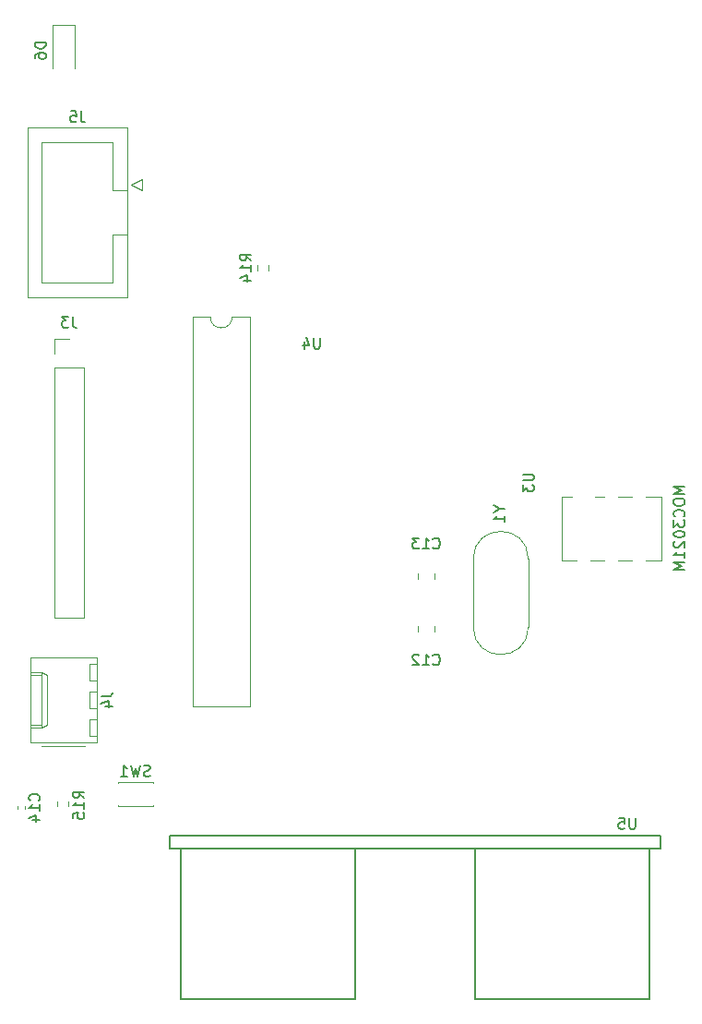
<source format=gbo>
G04 #@! TF.GenerationSoftware,KiCad,Pcbnew,(7.0.0)*
G04 #@! TF.CreationDate,2023-03-29T00:30:15-05:00*
G04 #@! TF.ProjectId,445,3434352e-6b69-4636-9164-5f7063625858,rev?*
G04 #@! TF.SameCoordinates,Original*
G04 #@! TF.FileFunction,Legend,Bot*
G04 #@! TF.FilePolarity,Positive*
%FSLAX46Y46*%
G04 Gerber Fmt 4.6, Leading zero omitted, Abs format (unit mm)*
G04 Created by KiCad (PCBNEW (7.0.0)) date 2023-03-29 00:30:15*
%MOMM*%
%LPD*%
G01*
G04 APERTURE LIST*
%ADD10C,0.150000*%
%ADD11C,0.120000*%
%ADD12C,0.127000*%
G04 APERTURE END LIST*
D10*
X128857333Y-65431380D02*
X128857333Y-66145666D01*
X128857333Y-66145666D02*
X128904952Y-66288523D01*
X128904952Y-66288523D02*
X129000190Y-66383761D01*
X129000190Y-66383761D02*
X129143047Y-66431380D01*
X129143047Y-66431380D02*
X129238285Y-66431380D01*
X128476380Y-65431380D02*
X127857333Y-65431380D01*
X127857333Y-65431380D02*
X128190666Y-65812333D01*
X128190666Y-65812333D02*
X128047809Y-65812333D01*
X128047809Y-65812333D02*
X127952571Y-65859952D01*
X127952571Y-65859952D02*
X127904952Y-65907571D01*
X127904952Y-65907571D02*
X127857333Y-66002809D01*
X127857333Y-66002809D02*
X127857333Y-66240904D01*
X127857333Y-66240904D02*
X127904952Y-66336142D01*
X127904952Y-66336142D02*
X127952571Y-66383761D01*
X127952571Y-66383761D02*
X128047809Y-66431380D01*
X128047809Y-66431380D02*
X128333523Y-66431380D01*
X128333523Y-66431380D02*
X128428761Y-66383761D01*
X128428761Y-66383761D02*
X128476380Y-66336142D01*
X168039190Y-83089809D02*
X168515380Y-83089809D01*
X167515380Y-82756476D02*
X168039190Y-83089809D01*
X168039190Y-83089809D02*
X167515380Y-83423142D01*
X168515380Y-84280285D02*
X168515380Y-83708857D01*
X168515380Y-83994571D02*
X167515380Y-83994571D01*
X167515380Y-83994571D02*
X167658238Y-83899333D01*
X167658238Y-83899333D02*
X167753476Y-83804095D01*
X167753476Y-83804095D02*
X167801095Y-83708857D01*
X151565904Y-67369380D02*
X151565904Y-68178904D01*
X151565904Y-68178904D02*
X151518285Y-68274142D01*
X151518285Y-68274142D02*
X151470666Y-68321761D01*
X151470666Y-68321761D02*
X151375428Y-68369380D01*
X151375428Y-68369380D02*
X151184952Y-68369380D01*
X151184952Y-68369380D02*
X151089714Y-68321761D01*
X151089714Y-68321761D02*
X151042095Y-68274142D01*
X151042095Y-68274142D02*
X150994476Y-68178904D01*
X150994476Y-68178904D02*
X150994476Y-67369380D01*
X150089714Y-67702714D02*
X150089714Y-68369380D01*
X150327809Y-67321761D02*
X150565904Y-68036047D01*
X150565904Y-68036047D02*
X149946857Y-68036047D01*
X180521350Y-111414762D02*
X180521350Y-112224706D01*
X180521350Y-112224706D02*
X180473707Y-112319994D01*
X180473707Y-112319994D02*
X180426063Y-112367638D01*
X180426063Y-112367638D02*
X180330775Y-112415282D01*
X180330775Y-112415282D02*
X180140200Y-112415282D01*
X180140200Y-112415282D02*
X180044912Y-112367638D01*
X180044912Y-112367638D02*
X179997269Y-112319994D01*
X179997269Y-112319994D02*
X179949625Y-112224706D01*
X179949625Y-112224706D02*
X179949625Y-111414762D01*
X178996748Y-111414762D02*
X179473186Y-111414762D01*
X179473186Y-111414762D02*
X179520830Y-111891200D01*
X179520830Y-111891200D02*
X179473186Y-111843556D01*
X179473186Y-111843556D02*
X179377899Y-111795912D01*
X179377899Y-111795912D02*
X179139680Y-111795912D01*
X179139680Y-111795912D02*
X179044392Y-111843556D01*
X179044392Y-111843556D02*
X178996748Y-111891200D01*
X178996748Y-111891200D02*
X178949105Y-111986487D01*
X178949105Y-111986487D02*
X178949105Y-112224706D01*
X178949105Y-112224706D02*
X178996748Y-112319994D01*
X178996748Y-112319994D02*
X179044392Y-112367638D01*
X179044392Y-112367638D02*
X179139680Y-112415282D01*
X179139680Y-112415282D02*
X179377899Y-112415282D01*
X179377899Y-112415282D02*
X179473186Y-112367638D01*
X179473186Y-112367638D02*
X179520830Y-112319994D01*
X126383380Y-40281905D02*
X125383380Y-40281905D01*
X125383380Y-40281905D02*
X125383380Y-40520000D01*
X125383380Y-40520000D02*
X125431000Y-40662857D01*
X125431000Y-40662857D02*
X125526238Y-40758095D01*
X125526238Y-40758095D02*
X125621476Y-40805714D01*
X125621476Y-40805714D02*
X125811952Y-40853333D01*
X125811952Y-40853333D02*
X125954809Y-40853333D01*
X125954809Y-40853333D02*
X126145285Y-40805714D01*
X126145285Y-40805714D02*
X126240523Y-40758095D01*
X126240523Y-40758095D02*
X126335761Y-40662857D01*
X126335761Y-40662857D02*
X126383380Y-40520000D01*
X126383380Y-40520000D02*
X126383380Y-40281905D01*
X125383380Y-41710476D02*
X125383380Y-41520000D01*
X125383380Y-41520000D02*
X125431000Y-41424762D01*
X125431000Y-41424762D02*
X125478619Y-41377143D01*
X125478619Y-41377143D02*
X125621476Y-41281905D01*
X125621476Y-41281905D02*
X125811952Y-41234286D01*
X125811952Y-41234286D02*
X126192904Y-41234286D01*
X126192904Y-41234286D02*
X126288142Y-41281905D01*
X126288142Y-41281905D02*
X126335761Y-41329524D01*
X126335761Y-41329524D02*
X126383380Y-41424762D01*
X126383380Y-41424762D02*
X126383380Y-41615238D01*
X126383380Y-41615238D02*
X126335761Y-41710476D01*
X126335761Y-41710476D02*
X126288142Y-41758095D01*
X126288142Y-41758095D02*
X126192904Y-41805714D01*
X126192904Y-41805714D02*
X125954809Y-41805714D01*
X125954809Y-41805714D02*
X125859571Y-41758095D01*
X125859571Y-41758095D02*
X125811952Y-41710476D01*
X125811952Y-41710476D02*
X125764333Y-41615238D01*
X125764333Y-41615238D02*
X125764333Y-41424762D01*
X125764333Y-41424762D02*
X125811952Y-41329524D01*
X125811952Y-41329524D02*
X125859571Y-41281905D01*
X125859571Y-41281905D02*
X125954809Y-41234286D01*
X129619333Y-46607380D02*
X129619333Y-47321666D01*
X129619333Y-47321666D02*
X129666952Y-47464523D01*
X129666952Y-47464523D02*
X129762190Y-47559761D01*
X129762190Y-47559761D02*
X129905047Y-47607380D01*
X129905047Y-47607380D02*
X130000285Y-47607380D01*
X128666952Y-46607380D02*
X129143142Y-46607380D01*
X129143142Y-46607380D02*
X129190761Y-47083571D01*
X129190761Y-47083571D02*
X129143142Y-47035952D01*
X129143142Y-47035952D02*
X129047904Y-46988333D01*
X129047904Y-46988333D02*
X128809809Y-46988333D01*
X128809809Y-46988333D02*
X128714571Y-47035952D01*
X128714571Y-47035952D02*
X128666952Y-47083571D01*
X128666952Y-47083571D02*
X128619333Y-47178809D01*
X128619333Y-47178809D02*
X128619333Y-47416904D01*
X128619333Y-47416904D02*
X128666952Y-47512142D01*
X128666952Y-47512142D02*
X128714571Y-47559761D01*
X128714571Y-47559761D02*
X128809809Y-47607380D01*
X128809809Y-47607380D02*
X129047904Y-47607380D01*
X129047904Y-47607380D02*
X129143142Y-47559761D01*
X129143142Y-47559761D02*
X129190761Y-47512142D01*
X161932857Y-86632142D02*
X161980476Y-86679761D01*
X161980476Y-86679761D02*
X162123333Y-86727380D01*
X162123333Y-86727380D02*
X162218571Y-86727380D01*
X162218571Y-86727380D02*
X162361428Y-86679761D01*
X162361428Y-86679761D02*
X162456666Y-86584523D01*
X162456666Y-86584523D02*
X162504285Y-86489285D01*
X162504285Y-86489285D02*
X162551904Y-86298809D01*
X162551904Y-86298809D02*
X162551904Y-86155952D01*
X162551904Y-86155952D02*
X162504285Y-85965476D01*
X162504285Y-85965476D02*
X162456666Y-85870238D01*
X162456666Y-85870238D02*
X162361428Y-85775000D01*
X162361428Y-85775000D02*
X162218571Y-85727380D01*
X162218571Y-85727380D02*
X162123333Y-85727380D01*
X162123333Y-85727380D02*
X161980476Y-85775000D01*
X161980476Y-85775000D02*
X161932857Y-85822619D01*
X160980476Y-86727380D02*
X161551904Y-86727380D01*
X161266190Y-86727380D02*
X161266190Y-85727380D01*
X161266190Y-85727380D02*
X161361428Y-85870238D01*
X161361428Y-85870238D02*
X161456666Y-85965476D01*
X161456666Y-85965476D02*
X161551904Y-86013095D01*
X160647142Y-85727380D02*
X160028095Y-85727380D01*
X160028095Y-85727380D02*
X160361428Y-86108333D01*
X160361428Y-86108333D02*
X160218571Y-86108333D01*
X160218571Y-86108333D02*
X160123333Y-86155952D01*
X160123333Y-86155952D02*
X160075714Y-86203571D01*
X160075714Y-86203571D02*
X160028095Y-86298809D01*
X160028095Y-86298809D02*
X160028095Y-86536904D01*
X160028095Y-86536904D02*
X160075714Y-86632142D01*
X160075714Y-86632142D02*
X160123333Y-86679761D01*
X160123333Y-86679761D02*
X160218571Y-86727380D01*
X160218571Y-86727380D02*
X160504285Y-86727380D01*
X160504285Y-86727380D02*
X160599523Y-86679761D01*
X160599523Y-86679761D02*
X160647142Y-86632142D01*
X129907380Y-109593142D02*
X129431190Y-109259809D01*
X129907380Y-109021714D02*
X128907380Y-109021714D01*
X128907380Y-109021714D02*
X128907380Y-109402666D01*
X128907380Y-109402666D02*
X128955000Y-109497904D01*
X128955000Y-109497904D02*
X129002619Y-109545523D01*
X129002619Y-109545523D02*
X129097857Y-109593142D01*
X129097857Y-109593142D02*
X129240714Y-109593142D01*
X129240714Y-109593142D02*
X129335952Y-109545523D01*
X129335952Y-109545523D02*
X129383571Y-109497904D01*
X129383571Y-109497904D02*
X129431190Y-109402666D01*
X129431190Y-109402666D02*
X129431190Y-109021714D01*
X129907380Y-110545523D02*
X129907380Y-109974095D01*
X129907380Y-110259809D02*
X128907380Y-110259809D01*
X128907380Y-110259809D02*
X129050238Y-110164571D01*
X129050238Y-110164571D02*
X129145476Y-110069333D01*
X129145476Y-110069333D02*
X129193095Y-109974095D01*
X128907380Y-111450285D02*
X128907380Y-110974095D01*
X128907380Y-110974095D02*
X129383571Y-110926476D01*
X129383571Y-110926476D02*
X129335952Y-110974095D01*
X129335952Y-110974095D02*
X129288333Y-111069333D01*
X129288333Y-111069333D02*
X129288333Y-111307428D01*
X129288333Y-111307428D02*
X129335952Y-111402666D01*
X129335952Y-111402666D02*
X129383571Y-111450285D01*
X129383571Y-111450285D02*
X129478809Y-111497904D01*
X129478809Y-111497904D02*
X129716904Y-111497904D01*
X129716904Y-111497904D02*
X129812142Y-111450285D01*
X129812142Y-111450285D02*
X129859761Y-111402666D01*
X129859761Y-111402666D02*
X129907380Y-111307428D01*
X129907380Y-111307428D02*
X129907380Y-111069333D01*
X129907380Y-111069333D02*
X129859761Y-110974095D01*
X129859761Y-110974095D02*
X129812142Y-110926476D01*
X170175380Y-79899095D02*
X170984904Y-79899095D01*
X170984904Y-79899095D02*
X171080142Y-79946714D01*
X171080142Y-79946714D02*
X171127761Y-79994333D01*
X171127761Y-79994333D02*
X171175380Y-80089571D01*
X171175380Y-80089571D02*
X171175380Y-80280047D01*
X171175380Y-80280047D02*
X171127761Y-80375285D01*
X171127761Y-80375285D02*
X171080142Y-80422904D01*
X171080142Y-80422904D02*
X170984904Y-80470523D01*
X170984904Y-80470523D02*
X170175380Y-80470523D01*
X170175380Y-80851476D02*
X170175380Y-81470523D01*
X170175380Y-81470523D02*
X170556333Y-81137190D01*
X170556333Y-81137190D02*
X170556333Y-81280047D01*
X170556333Y-81280047D02*
X170603952Y-81375285D01*
X170603952Y-81375285D02*
X170651571Y-81422904D01*
X170651571Y-81422904D02*
X170746809Y-81470523D01*
X170746809Y-81470523D02*
X170984904Y-81470523D01*
X170984904Y-81470523D02*
X171080142Y-81422904D01*
X171080142Y-81422904D02*
X171127761Y-81375285D01*
X171127761Y-81375285D02*
X171175380Y-81280047D01*
X171175380Y-81280047D02*
X171175380Y-80994333D01*
X171175380Y-80994333D02*
X171127761Y-80899095D01*
X171127761Y-80899095D02*
X171080142Y-80851476D01*
X185025380Y-81002667D02*
X184025380Y-81002667D01*
X184025380Y-81002667D02*
X184739666Y-81336000D01*
X184739666Y-81336000D02*
X184025380Y-81669333D01*
X184025380Y-81669333D02*
X185025380Y-81669333D01*
X184025380Y-82336000D02*
X184025380Y-82526476D01*
X184025380Y-82526476D02*
X184073000Y-82621714D01*
X184073000Y-82621714D02*
X184168238Y-82716952D01*
X184168238Y-82716952D02*
X184358714Y-82764571D01*
X184358714Y-82764571D02*
X184692047Y-82764571D01*
X184692047Y-82764571D02*
X184882523Y-82716952D01*
X184882523Y-82716952D02*
X184977761Y-82621714D01*
X184977761Y-82621714D02*
X185025380Y-82526476D01*
X185025380Y-82526476D02*
X185025380Y-82336000D01*
X185025380Y-82336000D02*
X184977761Y-82240762D01*
X184977761Y-82240762D02*
X184882523Y-82145524D01*
X184882523Y-82145524D02*
X184692047Y-82097905D01*
X184692047Y-82097905D02*
X184358714Y-82097905D01*
X184358714Y-82097905D02*
X184168238Y-82145524D01*
X184168238Y-82145524D02*
X184073000Y-82240762D01*
X184073000Y-82240762D02*
X184025380Y-82336000D01*
X184930142Y-83764571D02*
X184977761Y-83716952D01*
X184977761Y-83716952D02*
X185025380Y-83574095D01*
X185025380Y-83574095D02*
X185025380Y-83478857D01*
X185025380Y-83478857D02*
X184977761Y-83336000D01*
X184977761Y-83336000D02*
X184882523Y-83240762D01*
X184882523Y-83240762D02*
X184787285Y-83193143D01*
X184787285Y-83193143D02*
X184596809Y-83145524D01*
X184596809Y-83145524D02*
X184453952Y-83145524D01*
X184453952Y-83145524D02*
X184263476Y-83193143D01*
X184263476Y-83193143D02*
X184168238Y-83240762D01*
X184168238Y-83240762D02*
X184073000Y-83336000D01*
X184073000Y-83336000D02*
X184025380Y-83478857D01*
X184025380Y-83478857D02*
X184025380Y-83574095D01*
X184025380Y-83574095D02*
X184073000Y-83716952D01*
X184073000Y-83716952D02*
X184120619Y-83764571D01*
X184025380Y-84097905D02*
X184025380Y-84716952D01*
X184025380Y-84716952D02*
X184406333Y-84383619D01*
X184406333Y-84383619D02*
X184406333Y-84526476D01*
X184406333Y-84526476D02*
X184453952Y-84621714D01*
X184453952Y-84621714D02*
X184501571Y-84669333D01*
X184501571Y-84669333D02*
X184596809Y-84716952D01*
X184596809Y-84716952D02*
X184834904Y-84716952D01*
X184834904Y-84716952D02*
X184930142Y-84669333D01*
X184930142Y-84669333D02*
X184977761Y-84621714D01*
X184977761Y-84621714D02*
X185025380Y-84526476D01*
X185025380Y-84526476D02*
X185025380Y-84240762D01*
X185025380Y-84240762D02*
X184977761Y-84145524D01*
X184977761Y-84145524D02*
X184930142Y-84097905D01*
X184025380Y-85336000D02*
X184025380Y-85431238D01*
X184025380Y-85431238D02*
X184073000Y-85526476D01*
X184073000Y-85526476D02*
X184120619Y-85574095D01*
X184120619Y-85574095D02*
X184215857Y-85621714D01*
X184215857Y-85621714D02*
X184406333Y-85669333D01*
X184406333Y-85669333D02*
X184644428Y-85669333D01*
X184644428Y-85669333D02*
X184834904Y-85621714D01*
X184834904Y-85621714D02*
X184930142Y-85574095D01*
X184930142Y-85574095D02*
X184977761Y-85526476D01*
X184977761Y-85526476D02*
X185025380Y-85431238D01*
X185025380Y-85431238D02*
X185025380Y-85336000D01*
X185025380Y-85336000D02*
X184977761Y-85240762D01*
X184977761Y-85240762D02*
X184930142Y-85193143D01*
X184930142Y-85193143D02*
X184834904Y-85145524D01*
X184834904Y-85145524D02*
X184644428Y-85097905D01*
X184644428Y-85097905D02*
X184406333Y-85097905D01*
X184406333Y-85097905D02*
X184215857Y-85145524D01*
X184215857Y-85145524D02*
X184120619Y-85193143D01*
X184120619Y-85193143D02*
X184073000Y-85240762D01*
X184073000Y-85240762D02*
X184025380Y-85336000D01*
X184120619Y-86050286D02*
X184073000Y-86097905D01*
X184073000Y-86097905D02*
X184025380Y-86193143D01*
X184025380Y-86193143D02*
X184025380Y-86431238D01*
X184025380Y-86431238D02*
X184073000Y-86526476D01*
X184073000Y-86526476D02*
X184120619Y-86574095D01*
X184120619Y-86574095D02*
X184215857Y-86621714D01*
X184215857Y-86621714D02*
X184311095Y-86621714D01*
X184311095Y-86621714D02*
X184453952Y-86574095D01*
X184453952Y-86574095D02*
X185025380Y-86002667D01*
X185025380Y-86002667D02*
X185025380Y-86621714D01*
X185025380Y-87574095D02*
X185025380Y-87002667D01*
X185025380Y-87288381D02*
X184025380Y-87288381D01*
X184025380Y-87288381D02*
X184168238Y-87193143D01*
X184168238Y-87193143D02*
X184263476Y-87097905D01*
X184263476Y-87097905D02*
X184311095Y-87002667D01*
X185025380Y-88002667D02*
X184025380Y-88002667D01*
X184025380Y-88002667D02*
X184739666Y-88336000D01*
X184739666Y-88336000D02*
X184025380Y-88669333D01*
X184025380Y-88669333D02*
X185025380Y-88669333D01*
X125748142Y-109811142D02*
X125795761Y-109763523D01*
X125795761Y-109763523D02*
X125843380Y-109620666D01*
X125843380Y-109620666D02*
X125843380Y-109525428D01*
X125843380Y-109525428D02*
X125795761Y-109382571D01*
X125795761Y-109382571D02*
X125700523Y-109287333D01*
X125700523Y-109287333D02*
X125605285Y-109239714D01*
X125605285Y-109239714D02*
X125414809Y-109192095D01*
X125414809Y-109192095D02*
X125271952Y-109192095D01*
X125271952Y-109192095D02*
X125081476Y-109239714D01*
X125081476Y-109239714D02*
X124986238Y-109287333D01*
X124986238Y-109287333D02*
X124891000Y-109382571D01*
X124891000Y-109382571D02*
X124843380Y-109525428D01*
X124843380Y-109525428D02*
X124843380Y-109620666D01*
X124843380Y-109620666D02*
X124891000Y-109763523D01*
X124891000Y-109763523D02*
X124938619Y-109811142D01*
X125843380Y-110763523D02*
X125843380Y-110192095D01*
X125843380Y-110477809D02*
X124843380Y-110477809D01*
X124843380Y-110477809D02*
X124986238Y-110382571D01*
X124986238Y-110382571D02*
X125081476Y-110287333D01*
X125081476Y-110287333D02*
X125129095Y-110192095D01*
X125176714Y-111620666D02*
X125843380Y-111620666D01*
X124795761Y-111382571D02*
X125510047Y-111144476D01*
X125510047Y-111144476D02*
X125510047Y-111763523D01*
X145241380Y-60317142D02*
X144765190Y-59983809D01*
X145241380Y-59745714D02*
X144241380Y-59745714D01*
X144241380Y-59745714D02*
X144241380Y-60126666D01*
X144241380Y-60126666D02*
X144289000Y-60221904D01*
X144289000Y-60221904D02*
X144336619Y-60269523D01*
X144336619Y-60269523D02*
X144431857Y-60317142D01*
X144431857Y-60317142D02*
X144574714Y-60317142D01*
X144574714Y-60317142D02*
X144669952Y-60269523D01*
X144669952Y-60269523D02*
X144717571Y-60221904D01*
X144717571Y-60221904D02*
X144765190Y-60126666D01*
X144765190Y-60126666D02*
X144765190Y-59745714D01*
X145241380Y-61269523D02*
X145241380Y-60698095D01*
X145241380Y-60983809D02*
X144241380Y-60983809D01*
X144241380Y-60983809D02*
X144384238Y-60888571D01*
X144384238Y-60888571D02*
X144479476Y-60793333D01*
X144479476Y-60793333D02*
X144527095Y-60698095D01*
X144574714Y-62126666D02*
X145241380Y-62126666D01*
X144193761Y-61888571D02*
X144908047Y-61650476D01*
X144908047Y-61650476D02*
X144908047Y-62269523D01*
X161932857Y-97300142D02*
X161980476Y-97347761D01*
X161980476Y-97347761D02*
X162123333Y-97395380D01*
X162123333Y-97395380D02*
X162218571Y-97395380D01*
X162218571Y-97395380D02*
X162361428Y-97347761D01*
X162361428Y-97347761D02*
X162456666Y-97252523D01*
X162456666Y-97252523D02*
X162504285Y-97157285D01*
X162504285Y-97157285D02*
X162551904Y-96966809D01*
X162551904Y-96966809D02*
X162551904Y-96823952D01*
X162551904Y-96823952D02*
X162504285Y-96633476D01*
X162504285Y-96633476D02*
X162456666Y-96538238D01*
X162456666Y-96538238D02*
X162361428Y-96443000D01*
X162361428Y-96443000D02*
X162218571Y-96395380D01*
X162218571Y-96395380D02*
X162123333Y-96395380D01*
X162123333Y-96395380D02*
X161980476Y-96443000D01*
X161980476Y-96443000D02*
X161932857Y-96490619D01*
X160980476Y-97395380D02*
X161551904Y-97395380D01*
X161266190Y-97395380D02*
X161266190Y-96395380D01*
X161266190Y-96395380D02*
X161361428Y-96538238D01*
X161361428Y-96538238D02*
X161456666Y-96633476D01*
X161456666Y-96633476D02*
X161551904Y-96681095D01*
X160599523Y-96490619D02*
X160551904Y-96443000D01*
X160551904Y-96443000D02*
X160456666Y-96395380D01*
X160456666Y-96395380D02*
X160218571Y-96395380D01*
X160218571Y-96395380D02*
X160123333Y-96443000D01*
X160123333Y-96443000D02*
X160075714Y-96490619D01*
X160075714Y-96490619D02*
X160028095Y-96585857D01*
X160028095Y-96585857D02*
X160028095Y-96681095D01*
X160028095Y-96681095D02*
X160075714Y-96823952D01*
X160075714Y-96823952D02*
X160647142Y-97395380D01*
X160647142Y-97395380D02*
X160028095Y-97395380D01*
X131493380Y-100250666D02*
X132207666Y-100250666D01*
X132207666Y-100250666D02*
X132350523Y-100203047D01*
X132350523Y-100203047D02*
X132445761Y-100107809D01*
X132445761Y-100107809D02*
X132493380Y-99964952D01*
X132493380Y-99964952D02*
X132493380Y-99869714D01*
X131826714Y-101155428D02*
X132493380Y-101155428D01*
X131445761Y-100917333D02*
X132160047Y-100679238D01*
X132160047Y-100679238D02*
X132160047Y-101298285D01*
X135953332Y-107539761D02*
X135810475Y-107587380D01*
X135810475Y-107587380D02*
X135572380Y-107587380D01*
X135572380Y-107587380D02*
X135477142Y-107539761D01*
X135477142Y-107539761D02*
X135429523Y-107492142D01*
X135429523Y-107492142D02*
X135381904Y-107396904D01*
X135381904Y-107396904D02*
X135381904Y-107301666D01*
X135381904Y-107301666D02*
X135429523Y-107206428D01*
X135429523Y-107206428D02*
X135477142Y-107158809D01*
X135477142Y-107158809D02*
X135572380Y-107111190D01*
X135572380Y-107111190D02*
X135762856Y-107063571D01*
X135762856Y-107063571D02*
X135858094Y-107015952D01*
X135858094Y-107015952D02*
X135905713Y-106968333D01*
X135905713Y-106968333D02*
X135953332Y-106873095D01*
X135953332Y-106873095D02*
X135953332Y-106777857D01*
X135953332Y-106777857D02*
X135905713Y-106682619D01*
X135905713Y-106682619D02*
X135858094Y-106635000D01*
X135858094Y-106635000D02*
X135762856Y-106587380D01*
X135762856Y-106587380D02*
X135524761Y-106587380D01*
X135524761Y-106587380D02*
X135381904Y-106635000D01*
X135048570Y-106587380D02*
X134810475Y-107587380D01*
X134810475Y-107587380D02*
X134619999Y-106873095D01*
X134619999Y-106873095D02*
X134429523Y-107587380D01*
X134429523Y-107587380D02*
X134191428Y-106587380D01*
X133286666Y-107587380D02*
X133858094Y-107587380D01*
X133572380Y-107587380D02*
X133572380Y-106587380D01*
X133572380Y-106587380D02*
X133667618Y-106730238D01*
X133667618Y-106730238D02*
X133762856Y-106825476D01*
X133762856Y-106825476D02*
X133858094Y-106873095D01*
D11*
X129854000Y-93024000D02*
X127194000Y-93024000D01*
X129854000Y-70104000D02*
X129854000Y-93024000D01*
X129854000Y-70104000D02*
X127194000Y-70104000D01*
X128524000Y-67504000D02*
X127194000Y-67504000D01*
X127194000Y-70104000D02*
X127194000Y-93024000D01*
X127194000Y-67504000D02*
X127194000Y-68834000D01*
X165623000Y-93903000D02*
X165623000Y-87653000D01*
X170673000Y-93903000D02*
X170673000Y-87653000D01*
X165623000Y-93903000D02*
G75*
G03*
X170673000Y-93903000I2525000J0D01*
G01*
X170673000Y-87653000D02*
G75*
G03*
X165623000Y-87653000I-2525000J0D01*
G01*
X145144000Y-101152000D02*
X139844000Y-101152000D01*
X145144000Y-65472000D02*
X145144000Y-101152000D01*
X143494000Y-65472000D02*
X145144000Y-65472000D01*
X139844000Y-101152000D02*
X139844000Y-65472000D01*
X139844000Y-65472000D02*
X141494000Y-65472000D01*
X141494000Y-65472000D02*
G75*
G03*
X143494000Y-65472000I1000000J0D01*
G01*
D12*
X182774000Y-114201000D02*
X182774000Y-113001000D01*
X182774000Y-113001000D02*
X137774000Y-113001000D01*
X181774000Y-128001000D02*
X165774000Y-128001000D01*
X181774000Y-114201000D02*
X182774000Y-114201000D01*
X181774000Y-114201000D02*
X181774000Y-128001000D01*
X165774000Y-114201000D02*
X181774000Y-114201000D01*
X165774000Y-114201000D02*
X165774000Y-128001000D01*
X154774000Y-128001000D02*
X138774000Y-128001000D01*
X154774000Y-114201000D02*
X165774000Y-114201000D01*
X154774000Y-114201000D02*
X154774000Y-128001000D01*
X138774000Y-114201000D02*
X154774000Y-114201000D01*
X138774000Y-114201000D02*
X138774000Y-128001000D01*
X137774000Y-114201000D02*
X138774000Y-114201000D01*
X137774000Y-113001000D02*
X137774000Y-114201000D01*
D11*
X129016000Y-38660000D02*
X129016000Y-42670000D01*
X127016000Y-38660000D02*
X129016000Y-38660000D01*
X127016000Y-38660000D02*
X127016000Y-42670000D01*
X135236000Y-53840000D02*
X134236000Y-53340000D01*
X135236000Y-52840000D02*
X135236000Y-53840000D01*
X134236000Y-53340000D02*
X135236000Y-52840000D01*
X133846000Y-63630000D02*
X133846000Y-48130000D01*
X133846000Y-53830000D02*
X132536000Y-53830000D01*
X133846000Y-48130000D02*
X124726000Y-48130000D01*
X132536000Y-62330000D02*
X132536000Y-57930000D01*
X132536000Y-57930000D02*
X133846000Y-57930000D01*
X132536000Y-57930000D02*
X132536000Y-57930000D01*
X132536000Y-53830000D02*
X132536000Y-49430000D01*
X132536000Y-49430000D02*
X126036000Y-49430000D01*
X126036000Y-62330000D02*
X132536000Y-62330000D01*
X126036000Y-49430000D02*
X126036000Y-62330000D01*
X124726000Y-63630000D02*
X133846000Y-63630000D01*
X124726000Y-48130000D02*
X124726000Y-63630000D01*
X162025000Y-88958748D02*
X162025000Y-89481252D01*
X160555000Y-88958748D02*
X160555000Y-89481252D01*
X127429500Y-110346258D02*
X127429500Y-109871742D01*
X128474500Y-110346258D02*
X128474500Y-109871742D01*
X182880000Y-81915000D02*
X182880000Y-87757000D01*
X181486854Y-81915000D02*
X182880000Y-81915000D01*
X178946854Y-81915000D02*
X180209146Y-81915000D01*
X176837550Y-81915000D02*
X177669146Y-81915000D01*
X173736000Y-81915000D02*
X174698450Y-81915000D01*
X182880000Y-87757000D02*
X181486854Y-87757000D01*
X180209146Y-87757000D02*
X178946854Y-87757000D01*
X177669146Y-87757000D02*
X176406854Y-87757000D01*
X175129146Y-87757000D02*
X173736000Y-87757000D01*
X173736000Y-87757000D02*
X173736000Y-81915000D01*
X123782000Y-110561836D02*
X123782000Y-110346164D01*
X124502000Y-110561836D02*
X124502000Y-110346164D01*
X146826500Y-60722742D02*
X146826500Y-61197258D01*
X145781500Y-60722742D02*
X145781500Y-61197258D01*
X162025000Y-93784748D02*
X162025000Y-94307252D01*
X160555000Y-93784748D02*
X160555000Y-94307252D01*
X130006000Y-104794000D02*
X126006000Y-104794000D01*
X125016000Y-104504000D02*
X125016000Y-96664000D01*
X131036000Y-104504000D02*
X125016000Y-104504000D01*
X130436000Y-103924000D02*
X130436000Y-102324000D01*
X131036000Y-103924000D02*
X130436000Y-103924000D01*
X125016000Y-103124000D02*
X126016000Y-103124000D01*
X126016000Y-103124000D02*
X126546000Y-102874000D01*
X126016000Y-103124000D02*
X126016000Y-98044000D01*
X125016000Y-102874000D02*
X126016000Y-102874000D01*
X126546000Y-102874000D02*
X126546000Y-98294000D01*
X130436000Y-102324000D02*
X131036000Y-102324000D01*
X130436000Y-101384000D02*
X130436000Y-99784000D01*
X131036000Y-101384000D02*
X130436000Y-101384000D01*
X130436000Y-99784000D02*
X131036000Y-99784000D01*
X130436000Y-98844000D02*
X130436000Y-97244000D01*
X131036000Y-98844000D02*
X130436000Y-98844000D01*
X125016000Y-98294000D02*
X126016000Y-98294000D01*
X126546000Y-98294000D02*
X126016000Y-98044000D01*
X126016000Y-98044000D02*
X125016000Y-98044000D01*
X130436000Y-97244000D02*
X131036000Y-97244000D01*
X125016000Y-96664000D02*
X131036000Y-96664000D01*
X131036000Y-96664000D02*
X131036000Y-104504000D01*
X136240000Y-110340000D02*
X133000000Y-110340000D01*
X136240000Y-110240000D02*
X136240000Y-110340000D01*
X136240000Y-108100000D02*
X136240000Y-108200000D01*
X136240000Y-108100000D02*
X133000000Y-108100000D01*
X133000000Y-110240000D02*
X133000000Y-110340000D01*
X133000000Y-108100000D02*
X133000000Y-108200000D01*
M02*

</source>
